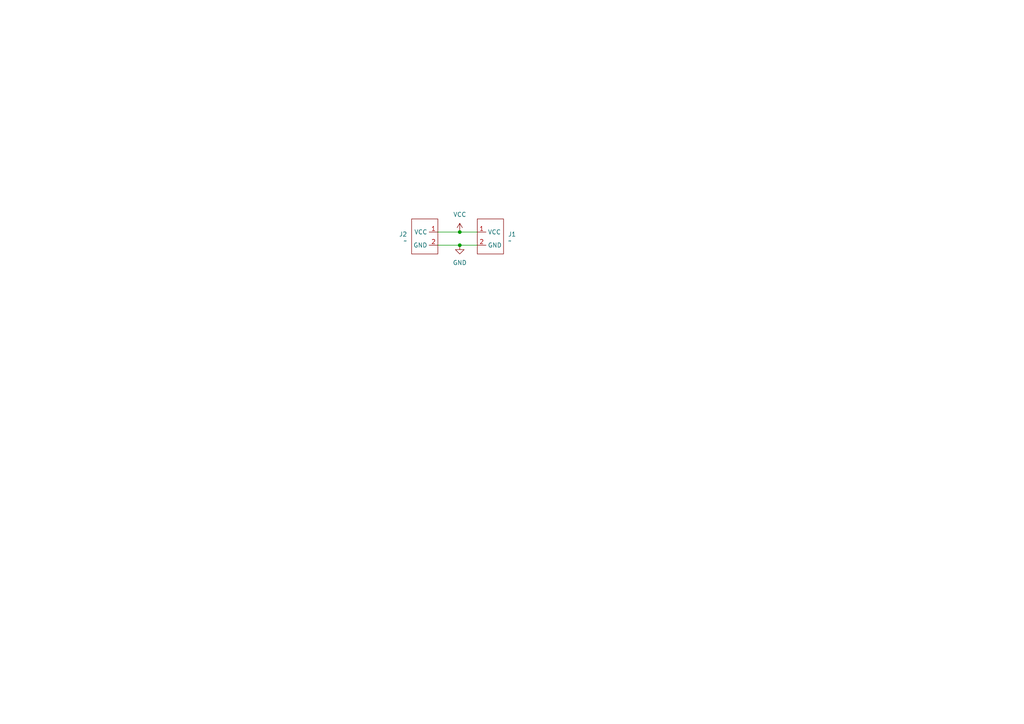
<source format=kicad_sch>
(kicad_sch (version 20231120) (generator "eeschema") (generator_version "8.0")
  (paper "A4")
  (lib_symbols
    (symbol "connection:battery_conn"
      (property "Reference" "J" (at 2.032 7.62 0))
      (symbol "battery_conn_0_1"
        (rectangle (start -3.81 5.08) (end 3.81 -5.08))
      )
      (symbol "battery_conn_1_1"
        (pin power_out line (at -3.81 1.27 0) (length 2.54) (name "VCC") (number "1"))
        (pin power_out line (at -3.81 -2.54 0) (length 2.54) (name "GND") (number "2"))
      )
    )
    (symbol "power:GND" (power) (pin_numbers hide) (pin_names (offset 0) hide)
      (property "Value" "GND" (at 0 -3.81 0))
      (symbol "GND_0_1"
        (polyline (pts (xy 0 0) (xy 0 -1.27) (xy 1.27 -1.27) (xy 0 -2.54) (xy -1.27 -1.27) (xy 0 -1.27)))
      )
      (symbol "GND_1_1"
        (pin power_in line (at 0 0 270) (length 0) (name "~") (number "1"))
      )
    )
    (symbol "power:VCC" (power) (pin_numbers hide) (pin_names (offset 0) hide)
      (property "Value" "VCC" (at 0 3.556 0))
      (symbol "VCC_0_1"
        (polyline (pts (xy -0.762 1.27) (xy 0 2.54)))
        (polyline (pts (xy 0 0) (xy 0 2.54)))
        (polyline (pts (xy 0 2.54) (xy 0.762 1.27)))
      )
      (symbol "VCC_1_1"
        (pin power_in line (at 0 0 90) (length 0) (name "~") (number "1"))
      )
    )
  )
  (junction (at 133.35 71.12))
  (junction (at 133.35 67.31))
  (wire (pts (xy 127 71.12) (xy 133.35 71.12)))
  (wire (pts (xy 133.35 67.31) (xy 138.43 67.31)))
  (wire (pts (xy 133.35 71.12) (xy 138.43 71.12)))
  (wire (pts (xy 127 67.31) (xy 133.35 67.31)))
  (symbol (lib_id "connection:battery_conn") (at 142.24 68.58 0) (unit 1)
    (property "Reference" "J1" (at 147.32 67.9449 0) (effects (justify left)))
    (property "Value" "~" (at 147.32 69.85 0) (effects (justify left)))
    (property "Footprint" "Connection:battery_conn" (effects (hide yes)))
  )
  (symbol (lib_id "power:VCC") (at 133.35 67.31 0) (unit 1)
    (property "Reference" "#PWR02" (effects (hide yes)))
    (property "Value" "VCC" (at 133.35 62.23 0))
    (property "Description" "Power symbol creates a global label with name \"VCC\"" (effects (hide yes)))
  )
  (symbol (lib_id "power:GND") (at 133.35 71.12 0) (unit 1)
    (property "Reference" "#PWR01" (effects (hide yes)))
    (property "Value" "GND" (at 133.35 76.2 0))
    (property "Description" "Power symbol creates a global label with name \"GND\" , ground" (effects (hide yes)))
  )
  (symbol (lib_id "connection:battery_conn") (at 123.19 68.58 0) (mirror y) (unit 1)
    (property "Reference" "J2" (at 118.11 67.9449 0) (effects (justify left)))
    (property "Value" "~" (at 118.11 69.85 0) (effects (justify left)))
    (property "Footprint" "Connection:terminal" (effects (hide yes)))
  )
)
</source>
